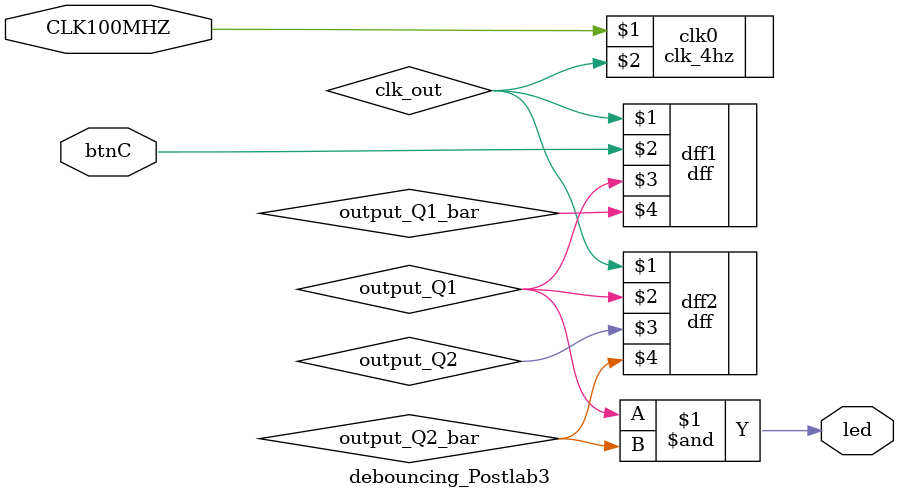
<source format=v>
`timescale 1ns / 1ps

module debouncing_Postlab3(input CLK100MHZ, input btnC, output led);
    
wire clk_out;       // output from clk divider - 4hz clock freq
//reg on_off;         // register for storing on/off status

wire output_Q1; 
wire output_Q1_bar;
wire output_Q2; 
wire output_Q2_bar;

clk_4hz clk0 (CLK100MHZ, clk_out); // instantiate clock divider module 


dff dff1(clk_out, btnC, output_Q1, output_Q1_bar);
dff dff2(clk_out, output_Q1, output_Q2, output_Q2_bar);

assign led = output_Q1 & output_Q2_bar; 

endmodule
</source>
